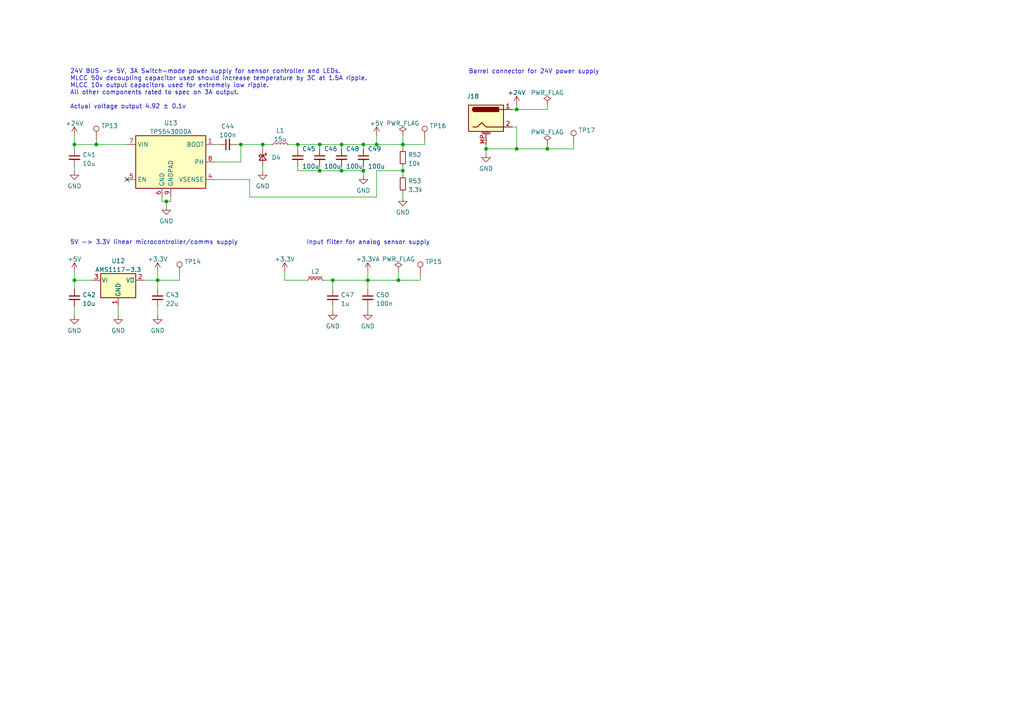
<source format=kicad_sch>
(kicad_sch (version 20211123) (generator eeschema)
  (paper "A4")
  (lib_symbols
    (symbol "Connector:Barrel_Jack_MountingPin" (pin_names hide)
      (property "Reference" "J" (at 0 5.334 0))
      (property "Value" "Barrel_Jack_MountingPin" (at 1.27 -6.35 0))
      (symbol "Barrel_Jack_MountingPin_0_1"
        (rectangle (start -5.08 3.81) (end 5.08 -3.81) (stroke (width 0.254)) (fill (type background)))
        (arc (start -3.302 3.175) (mid -3.937 2.54) (end -3.302 1.905) (stroke (width 0.254)))
        (arc (start -3.302 3.175) (mid -3.937 2.54) (end -3.302 1.905) (stroke (width 0.254)) (fill (type outline)))
        (polyline (pts (xy 5.08 2.54) (xy 3.81 2.54)) (stroke (width 0.254)))
        (polyline (pts (xy -3.81 -2.54) (xy -2.54 -2.54) (xy -1.27 -1.27) (xy 0 -2.54) (xy 2.54 -2.54) (xy 5.08 -2.54)) (stroke (width 0.254)))
        (rectangle (start 3.683 3.175) (end -3.302 1.905) (stroke (width 0.254)) (fill (type outline)))
      )
      (symbol "Barrel_Jack_MountingPin_1_1"
        (polyline (pts (xy -1.016 -4.572) (xy 1.016 -4.572)) (stroke (width 0.1524)))
        (text "Mounting" (at 0 -4.191 0) (effects (font (size 0.381 0.381))))
        (pin passive line (at 7.62 2.54 180) (length 2.54) (name "~") (number "1"))
        (pin passive line (at 7.62 -2.54 180) (length 2.54) (name "~") (number "2"))
        (pin passive line (at 0 -7.62 90) (length 3.048) (name "MountPin") (number "MP"))
      )
    )
    (symbol "Connector:TestPoint" (pin_numbers hide) (pin_names (offset 0.762) hide)
      (property "Reference" "TP" (at 0 6.858 0))
      (property "Value" "TestPoint" (at 0 5.08 0))
      (symbol "TestPoint_0_1"
        (circle (center 0 3.302) (radius 0.762))
      )
      (symbol "TestPoint_1_1"
        (pin passive line (at 0 0 90) (length 2.54) (name "1") (number "1"))
      )
    )
    (symbol "Device:C_Small" (pin_numbers hide) (pin_names (offset 0.254) hide)
      (property "Reference" "C" (at 0.254 1.778 0))
      (property "Value" "C_Small" (at 0.254 -2.032 0))
      (symbol "C_Small_0_1"
        (polyline (pts (xy -1.524 -0.508) (xy 1.524 -0.508)) (stroke (width 0.3302)))
        (polyline (pts (xy -1.524 0.508) (xy 1.524 0.508)) (stroke (width 0.3048)))
      )
      (symbol "C_Small_1_1"
        (pin passive line (at 0 2.54 270) (length 2.032) (name "~") (number "1"))
        (pin passive line (at 0 -2.54 90) (length 2.032) (name "~") (number "2"))
      )
    )
    (symbol "Device:D_Schottky_Small" (pin_numbers hide) (pin_names (offset 0.254) hide)
      (property "Reference" "D" (at -1.27 2.032 0))
      (property "Value" "D_Schottky_Small" (at -7.112 -2.032 0))
      (symbol "D_Schottky_Small_0_1"
        (polyline (pts (xy -0.762 0) (xy 0.762 0)))
        (polyline (pts (xy 0.762 -1.016) (xy -0.762 0) (xy 0.762 1.016) (xy 0.762 -1.016)) (stroke (width 0.254)))
        (polyline (pts (xy -1.27 0.762) (xy -1.27 1.016) (xy -0.762 1.016) (xy -0.762 -1.016) (xy -0.254 -1.016) (xy -0.254 -0.762)) (stroke (width 0.254)))
      )
      (symbol "D_Schottky_Small_1_1"
        (pin passive line (at -2.54 0 0) (length 1.778) (name "K") (number "1"))
        (pin passive line (at 2.54 0 180) (length 1.778) (name "A") (number "2"))
      )
    )
    (symbol "Device:L_Ferrite_Small" (pin_numbers hide) (pin_names (offset 0.254) hide)
      (property "Reference" "L" (at 1.27 1.016 0))
      (property "Value" "L_Ferrite_Small" (at 1.27 -1.27 0))
      (symbol "L_Ferrite_Small_0_1"
        (arc (start 0 -2.032) (mid 0.508 -1.524) (end 0 -1.016))
        (arc (start 0 -1.016) (mid 0.508 -0.508) (end 0 0))
        (polyline (pts (xy 0.762 -1.905) (xy 0.762 -1.651)))
        (polyline (pts (xy 0.762 -1.397) (xy 0.762 -1.143)))
        (polyline (pts (xy 0.762 -0.889) (xy 0.762 -0.635)))
        (polyline (pts (xy 0.762 -0.381) (xy 0.762 -0.127)))
        (polyline (pts (xy 0.762 0.127) (xy 0.762 0.381)))
        (polyline (pts (xy 0.762 0.635) (xy 0.762 0.889)))
        (polyline (pts (xy 0.762 1.143) (xy 0.762 1.397)))
        (polyline (pts (xy 0.762 1.651) (xy 0.762 1.905)))
        (polyline (pts (xy 1.016 -1.651) (xy 1.016 -1.905)))
        (polyline (pts (xy 1.016 -1.143) (xy 1.016 -1.397)))
        (polyline (pts (xy 1.016 -0.635) (xy 1.016 -0.889)))
        (polyline (pts (xy 1.016 -0.127) (xy 1.016 -0.381)))
        (polyline (pts (xy 1.016 0.381) (xy 1.016 0.127)))
        (polyline (pts (xy 1.016 0.889) (xy 1.016 0.635)))
        (polyline (pts (xy 1.016 1.397) (xy 1.016 1.143)))
        (polyline (pts (xy 1.016 1.905) (xy 1.016 1.651)))
        (arc (start 0 0) (mid 0.508 0.508) (end 0 1.016))
        (arc (start 0 1.016) (mid 0.508 1.524) (end 0 2.032))
      )
      (symbol "L_Ferrite_Small_1_1"
        (pin passive line (at 0 2.54 270) (length 0.508) (name "~") (number "1"))
        (pin passive line (at 0 -2.54 90) (length 0.508) (name "~") (number "2"))
      )
    )
    (symbol "Device:L_Small" (pin_numbers hide) (pin_names (offset 0.254) hide)
      (property "Reference" "L" (at 0.762 1.016 0))
      (property "Value" "L_Small" (at 0.762 -1.016 0))
      (symbol "L_Small_0_1"
        (arc (start 0 -2.032) (mid 0.508 -1.524) (end 0 -1.016))
        (arc (start 0 -1.016) (mid 0.508 -0.508) (end 0 0))
        (arc (start 0 0) (mid 0.508 0.508) (end 0 1.016))
        (arc (start 0 1.016) (mid 0.508 1.524) (end 0 2.032))
      )
      (symbol "L_Small_1_1"
        (pin passive line (at 0 2.54 270) (length 0.508) (name "~") (number "1"))
        (pin passive line (at 0 -2.54 90) (length 0.508) (name "~") (number "2"))
      )
    )
    (symbol "Device:R_Small" (pin_numbers hide) (pin_names (offset 0.254) hide)
      (property "Reference" "R" (at 0.762 0.508 0))
      (property "Value" "R_Small" (at 0.762 -1.016 0))
      (symbol "R_Small_0_1"
        (rectangle (start -0.762 1.778) (end 0.762 -1.778) (stroke (width 0.2032)))
      )
      (symbol "R_Small_1_1"
        (pin passive line (at 0 2.54 270) (length 0.762) (name "~") (number "1"))
        (pin passive line (at 0 -2.54 90) (length 0.762) (name "~") (number "2"))
      )
    )
    (symbol "Regulator_Linear:AMS1117-3.3" (pin_names (offset 0.254))
      (property "Reference" "U" (at -3.81 3.175 0))
      (property "Value" "AMS1117-3.3" (at 0 3.175 0))
      (symbol "AMS1117-3.3_0_1"
        (rectangle (start -5.08 -5.08) (end 5.08 1.905) (stroke (width 0.254)) (fill (type background)))
      )
      (symbol "AMS1117-3.3_1_1"
        (pin power_in line (at 0 -7.62 90) (length 2.54) (name "GND") (number "1"))
        (pin power_out line (at 7.62 0 180) (length 2.54) (name "VO") (number "2"))
        (pin power_in line (at -7.62 0 0) (length 2.54) (name "VI") (number "3"))
      )
    )
    (symbol "Regulator_Switching:TPS5430DDA"
      (property "Reference" "U" (at -10.16 8.89 0))
      (property "Value" "TPS5430DDA" (at -1.27 8.89 0))
      (symbol "TPS5430DDA_0_1"
        (rectangle (start -10.16 7.62) (end 10.16 -7.62) (stroke (width 0.254)) (fill (type background)))
      )
      (symbol "TPS5430DDA_1_1"
        (pin input line (at 12.7 5.08 180) (length 2.54) (name "BOOT") (number "1"))
        (pin no_connect line (at -10.16 2.54 0) (length 2.54) hide (name "NC") (number "2"))
        (pin no_connect line (at -10.16 -2.54 0) (length 2.54) hide (name "NC") (number "3"))
        (pin input line (at 12.7 -5.08 180) (length 2.54) (name "VSENSE") (number "4"))
        (pin input line (at -12.7 -5.08 0) (length 2.54) (name "EN") (number "5"))
        (pin power_in line (at -2.54 -10.16 90) (length 2.54) (name "GND") (number "6"))
        (pin power_in line (at -12.7 5.08 0) (length 2.54) (name "VIN") (number "7"))
        (pin output line (at 12.7 0 180) (length 2.54) (name "PH") (number "8"))
        (pin power_in line (at 0 -10.16 90) (length 2.54) (name "GNDPAD") (number "9"))
      )
    )
    (symbol "power:+24V" (power) (pin_numbers hide) (pin_names (offset 0) hide)
      (property "Value" "+24V" (at 0 3.556 0))
      (symbol "+24V_0_1"
        (polyline (pts (xy -0.762 1.27) (xy 0 2.54)))
        (polyline (pts (xy 0 0) (xy 0 2.54)))
        (polyline (pts (xy 0 2.54) (xy 0.762 1.27)))
      )
      (symbol "+24V_1_1"
        (pin power_in line (at 0 0 90) (length 0) hide (name "+24V") (number "1"))
      )
    )
    (symbol "power:+3.3V" (power) (pin_numbers hide) (pin_names (offset 0) hide)
      (property "Value" "+3.3V" (at 0 3.556 0))
      (symbol "+3.3V_0_1"
        (polyline (pts (xy -0.762 1.27) (xy 0 2.54)))
        (polyline (pts (xy 0 0) (xy 0 2.54)))
        (polyline (pts (xy 0 2.54) (xy 0.762 1.27)))
      )
      (symbol "+3.3V_1_1"
        (pin power_in line (at 0 0 90) (length 0) hide (name "+3.3V") (number "1"))
      )
    )
    (symbol "power:+3.3VA" (power) (pin_numbers hide) (pin_names (offset 0) hide)
      (property "Value" "+3.3VA" (at 0 3.556 0))
      (symbol "+3.3VA_0_1"
        (polyline (pts (xy -0.762 1.27) (xy 0 2.54)))
        (polyline (pts (xy 0 0) (xy 0 2.54)))
        (polyline (pts (xy 0 2.54) (xy 0.762 1.27)))
      )
      (symbol "+3.3VA_1_1"
        (pin power_in line (at 0 0 90) (length 0) hide (name "+3.3VA") (number "1"))
      )
    )
    (symbol "power:+5V" (power) (pin_numbers hide) (pin_names (offset 0) hide)
      (property "Value" "+5V" (at 0 3.556 0))
      (symbol "+5V_0_1"
        (polyline (pts (xy -0.762 1.27) (xy 0 2.54)))
        (polyline (pts (xy 0 0) (xy 0 2.54)))
        (polyline (pts (xy 0 2.54) (xy 0.762 1.27)))
      )
      (symbol "+5V_1_1"
        (pin power_in line (at 0 0 90) (length 0) hide (name "+5V") (number "1"))
      )
    )
    (symbol "power:GND" (power) (pin_numbers hide) (pin_names (offset 0) hide)
      (property "Value" "GND" (at 0 -3.81 0))
      (symbol "GND_0_1"
        (polyline (pts (xy 0 0) (xy 0 -1.27) (xy 1.27 -1.27) (xy 0 -2.54) (xy -1.27 -1.27) (xy 0 -1.27)))
      )
      (symbol "GND_1_1"
        (pin power_in line (at 0 0 270) (length 0) hide (name "GND") (number "1"))
      )
    )
    (symbol "power:PWR_FLAG" (power) (pin_numbers hide) (pin_names (offset 0) hide)
      (property "Value" "PWR_FLAG" (at 0 3.81 0))
      (symbol "PWR_FLAG_0_0"
        (pin power_out line (at 0 0 90) (length 0) (name "pwr") (number "1"))
      )
      (symbol "PWR_FLAG_0_1"
        (polyline (pts (xy 0 0) (xy 0 1.27) (xy -1.016 1.905) (xy 0 2.54) (xy 1.016 1.905) (xy 0 1.27)))
      )
    )
  )
  (junction (at 92.71 41.91))
  (junction (at 149.86 31.75))
  (junction (at 86.36 41.91))
  (junction (at 48.26 58.42))
  (junction (at 27.94 41.91))
  (junction (at 115.57 81.28))
  (junction (at 92.71 49.53))
  (junction (at 76.2 41.91))
  (junction (at 99.06 49.53))
  (junction (at 105.41 41.91))
  (junction (at 105.41 49.53))
  (junction (at 106.68 81.28))
  (junction (at 99.06 41.91))
  (junction (at 158.75 43.18))
  (junction (at 21.59 81.28))
  (junction (at 140.97 43.18))
  (junction (at 116.84 41.91))
  (junction (at 109.22 41.91))
  (junction (at 45.72 81.28))
  (junction (at 149.86 43.18))
  (junction (at 69.85 41.91))
  (junction (at 96.52 81.28))
  (junction (at 21.59 41.91))
  (junction (at 116.84 49.53))
  (no_connect (at 36.83 52.07))
  (wire (pts (xy 76.2 41.91) (xy 78.74 41.91)))
  (wire (pts (xy 109.22 41.91) (xy 116.84 41.91)))
  (wire (pts (xy 96.52 81.28) (xy 96.52 83.82)))
  (wire (pts (xy 149.86 36.83) (xy 148.59 36.83)))
  (wire (pts (xy 76.2 48.26) (xy 76.2 49.53)))
  (wire (pts (xy 92.71 49.53) (xy 99.06 49.53)))
  (wire (pts (xy 45.72 81.28) (xy 52.07 81.28)))
  (wire (pts (xy 123.19 40.64) (xy 123.19 41.91)))
  (wire (pts (xy 21.59 39.37) (xy 21.59 41.91)))
  (wire (pts (xy 82.55 78.74) (xy 82.55 81.28)))
  (wire (pts (xy 158.75 41.91) (xy 158.75 43.18)))
  (wire (pts (xy 99.06 41.91) (xy 99.06 43.18)))
  (wire (pts (xy 86.36 48.26) (xy 86.36 49.53)))
  (wire (pts (xy 21.59 83.82) (xy 21.59 81.28)))
  (wire (pts (xy 106.68 88.9) (xy 106.68 90.17)))
  (wire (pts (xy 109.22 49.53) (xy 116.84 49.53)))
  (wire (pts (xy 21.59 81.28) (xy 26.67 81.28)))
  (wire (pts (xy 109.22 57.15) (xy 109.22 49.53)))
  (wire (pts (xy 99.06 41.91) (xy 105.41 41.91)))
  (wire (pts (xy 45.72 88.9) (xy 45.72 91.44)))
  (wire (pts (xy 34.29 88.9) (xy 34.29 91.44)))
  (wire (pts (xy 149.86 43.18) (xy 149.86 36.83)))
  (wire (pts (xy 48.26 58.42) (xy 49.53 58.42)))
  (wire (pts (xy 140.97 43.18) (xy 140.97 44.45)))
  (wire (pts (xy 41.91 81.28) (xy 45.72 81.28)))
  (wire (pts (xy 49.53 58.42) (xy 49.53 57.15)))
  (wire (pts (xy 69.85 41.91) (xy 76.2 41.91)))
  (wire (pts (xy 105.41 41.91) (xy 105.41 43.18)))
  (wire (pts (xy 115.57 78.74) (xy 115.57 81.28)))
  (wire (pts (xy 116.84 41.91) (xy 123.19 41.91)))
  (wire (pts (xy 52.07 80.01) (xy 52.07 81.28)))
  (wire (pts (xy 62.23 41.91) (xy 63.5 41.91)))
  (wire (pts (xy 69.85 46.99) (xy 69.85 41.91)))
  (wire (pts (xy 166.37 43.18) (xy 158.75 43.18)))
  (wire (pts (xy 99.06 48.26) (xy 99.06 49.53)))
  (wire (pts (xy 140.97 41.91) (xy 140.97 43.18)))
  (wire (pts (xy 106.68 83.82) (xy 106.68 81.28)))
  (wire (pts (xy 92.71 41.91) (xy 92.71 43.18)))
  (wire (pts (xy 149.86 31.75) (xy 149.86 30.48)))
  (wire (pts (xy 76.2 41.91) (xy 76.2 43.18)))
  (wire (pts (xy 27.94 40.64) (xy 27.94 41.91)))
  (wire (pts (xy 21.59 48.26) (xy 21.59 49.53)))
  (wire (pts (xy 46.99 58.42) (xy 48.26 58.42)))
  (wire (pts (xy 72.39 57.15) (xy 109.22 57.15)))
  (wire (pts (xy 105.41 41.91) (xy 109.22 41.91)))
  (wire (pts (xy 106.68 78.74) (xy 106.68 81.28)))
  (wire (pts (xy 105.41 49.53) (xy 105.41 50.8)))
  (wire (pts (xy 149.86 43.18) (xy 158.75 43.18)))
  (wire (pts (xy 82.55 81.28) (xy 88.9 81.28)))
  (wire (pts (xy 96.52 88.9) (xy 96.52 90.17)))
  (wire (pts (xy 121.92 81.28) (xy 115.57 81.28)))
  (wire (pts (xy 116.84 55.88) (xy 116.84 57.15)))
  (wire (pts (xy 92.71 41.91) (xy 99.06 41.91)))
  (wire (pts (xy 86.36 41.91) (xy 92.71 41.91)))
  (wire (pts (xy 106.68 81.28) (xy 115.57 81.28)))
  (wire (pts (xy 86.36 41.91) (xy 86.36 43.18)))
  (wire (pts (xy 116.84 49.53) (xy 116.84 50.8)))
  (wire (pts (xy 62.23 52.07) (xy 72.39 52.07)))
  (wire (pts (xy 105.41 48.26) (xy 105.41 49.53)))
  (wire (pts (xy 27.94 41.91) (xy 36.83 41.91)))
  (wire (pts (xy 72.39 52.07) (xy 72.39 57.15)))
  (wire (pts (xy 21.59 88.9) (xy 21.59 91.44)))
  (wire (pts (xy 158.75 30.48) (xy 158.75 31.75)))
  (wire (pts (xy 96.52 81.28) (xy 106.68 81.28)))
  (wire (pts (xy 140.97 43.18) (xy 149.86 43.18)))
  (wire (pts (xy 69.85 41.91) (xy 68.58 41.91)))
  (wire (pts (xy 62.23 46.99) (xy 69.85 46.99)))
  (wire (pts (xy 45.72 78.74) (xy 45.72 81.28)))
  (wire (pts (xy 21.59 78.74) (xy 21.59 81.28)))
  (wire (pts (xy 93.98 81.28) (xy 96.52 81.28)))
  (wire (pts (xy 148.59 31.75) (xy 149.86 31.75)))
  (wire (pts (xy 86.36 49.53) (xy 92.71 49.53)))
  (wire (pts (xy 116.84 43.18) (xy 116.84 41.91)))
  (wire (pts (xy 149.86 31.75) (xy 158.75 31.75)))
  (wire (pts (xy 46.99 57.15) (xy 46.99 58.42)))
  (wire (pts (xy 121.92 80.01) (xy 121.92 81.28)))
  (wire (pts (xy 45.72 81.28) (xy 45.72 83.82)))
  (wire (pts (xy 116.84 39.37) (xy 116.84 41.91)))
  (wire (pts (xy 83.82 41.91) (xy 86.36 41.91)))
  (wire (pts (xy 21.59 41.91) (xy 27.94 41.91)))
  (wire (pts (xy 99.06 49.53) (xy 105.41 49.53)))
  (wire (pts (xy 116.84 48.26) (xy 116.84 49.53)))
  (wire (pts (xy 21.59 41.91) (xy 21.59 43.18)))
  (wire (pts (xy 48.26 58.42) (xy 48.26 59.69)))
  (wire (pts (xy 109.22 39.37) (xy 109.22 41.91)))
  (wire (pts (xy 166.37 41.91) (xy 166.37 43.18)))
  (wire (pts (xy 92.71 48.26) (xy 92.71 49.53)))
  (text "Input filter for analog sensor supply" (at 88.9 71.12 0) (effects (font (size 1.27 1.27)) (justify left bottom)))
  (text "5V -> 3.3V linear microcontroller/comms supply" (at 20.32 71.12 0) (effects (font (size 1.27 1.27)) (justify left bottom)))
  (text "Barrel connector for 24V power supply" (at 135.89 21.59 0) (effects (font (size 1.27 1.27)) (justify left bottom)))
  (text "24V BUS -> 5V, 3A Switch-mode power supply for sensor controller and LEDs.\nMLCC 50v decoupling capacitor used should increase temperature by 3C at 1.5A ripple.\nMLCC 10v output capacitors used for extremely low ripple.\nAll other components rated to spec on 3A output.\n\nActual voltage output 4.92 ± 0.1v" (at 20.32 31.75 0) (effects (font (size 1.27 1.27)) (justify left bottom)))
  (symbol (lib_id "power:GND") (at 34.29 91.44 0) (unit 1)
    (property "Reference" "#PWR0109" (effects hide))
    (property "Value" "GND" (at 34.29 95.8834 0))
  )
  (symbol (lib_id "Device:C_Small") (at 45.72 86.36 0) (unit 1)
    (property "Reference" "C43" (at 48.0441 85.5316 0) (effects (justify left)))
    (property "Value" "22u" (at 48.0441 88.0685 0) (effects (justify left)))
    (property "Footprint" "Capacitor_SMD:C_1206_3216Metric" (effects hide))
  )
  (symbol (lib_id "power:PWR_FLAG") (at 158.75 41.91 0) (unit 1)
    (property "Reference" "#FLG04" (effects hide))
    (property "Value" "PWR_FLAG" (at 158.75 38.3342 0))
  )
  (symbol (lib_id "power:PWR_FLAG") (at 116.84 39.37 0) (unit 1)
    (property "Reference" "#FLG02" (effects hide))
    (property "Value" "PWR_FLAG" (at 116.84 35.7942 0))
  )
  (symbol (lib_id "power:PWR_FLAG") (at 115.57 78.74 0) (unit 1)
    (property "Reference" "#FLG01" (effects hide))
    (property "Value" "PWR_FLAG" (at 115.57 75.1642 0))
  )
  (symbol (lib_id "power:GND") (at 21.59 91.44 0) (unit 1)
    (property "Reference" "#PWR0108" (effects hide))
    (property "Value" "GND" (at 21.59 95.8834 0))
  )
  (symbol (lib_id "power:+5V") (at 109.22 39.37 0) (unit 1)
    (property "Reference" "#PWR0119" (effects hide))
    (property "Value" "+5V" (at 109.22 35.7942 0))
  )
  (symbol (lib_id "Connector:TestPoint") (at 52.07 80.01 0) (unit 1)
    (property "Reference" "TP14" (at 53.467 75.8733 0) (effects (justify left)))
    (property "Value" "TestPoint" (effects hide))
    (property "Footprint" "TestPoint:TestPoint_Pad_D2.0mm" (effects hide))
  )
  (symbol (lib_id "Device:L_Small") (at 81.28 41.91 90) (unit 1)
    (property "Reference" "L1" (at 81.28 37.8292 90))
    (property "Value" "15u" (at 81.28 40.3661 90))
    (property "Footprint" "sensor-board:SLO0630H150MTT" (effects hide))
  )
  (symbol (lib_id "power:GND") (at 76.2 49.53 0) (unit 1)
    (property "Reference" "#PWR0113" (effects hide))
    (property "Value" "GND" (at 76.2 53.9734 0))
  )
  (symbol (lib_id "Connector:TestPoint") (at 166.37 41.91 0) (unit 1)
    (property "Reference" "TP17" (at 167.767 37.7733 0) (effects (justify left)))
    (property "Value" "TestPoint" (effects hide))
    (property "Footprint" "TestPoint:TestPoint_Pad_D2.0mm" (effects hide))
  )
  (symbol (lib_id "Device:C_Small") (at 66.04 41.91 90) (unit 1)
    (property "Reference" "C44" (at 66.0463 36.6481 90))
    (property "Value" "100n" (at 66.0463 39.185 90))
    (property "Footprint" "Capacitor_SMD:C_0603_1608Metric" (effects hide))
  )
  (symbol (lib_id "power:+3.3V") (at 82.55 78.74 0) (unit 1)
    (property "Reference" "#PWR0114" (effects hide))
    (property "Value" "+3.3V" (at 82.55 75.1642 0))
  )
  (symbol (lib_id "Device:R_Small") (at 116.84 53.34 0) (unit 1)
    (property "Reference" "R53" (at 118.3386 52.5053 0) (effects (justify left)))
    (property "Value" "3.3k" (at 118.3386 55.0422 0) (effects (justify left)))
    (property "Footprint" "Resistor_SMD:R_0603_1608Metric" (effects hide))
  )
  (symbol (lib_id "power:GND") (at 96.52 90.17 0) (unit 1)
    (property "Reference" "#PWR0115" (effects hide))
    (property "Value" "GND" (at 96.52 94.6134 0))
  )
  (symbol (lib_id "power:+3.3V") (at 45.72 78.74 0) (unit 1)
    (property "Reference" "#PWR0110" (effects hide))
    (property "Value" "+3.3V" (at 45.72 75.1642 0))
  )
  (symbol (lib_id "Regulator_Switching:TPS5430DDA") (at 49.53 46.99 0) (unit 1)
    (property "Reference" "U13" (at 49.53 35.6702 0))
    (property "Value" "TPS5430DDA" (at 49.53 38.2071 0))
    (property "Footprint" "Package_SO:TI_SO-PowerPAD-8_ThermalVias" (effects hide))
    (property "Datasheet" "http://www.ti.com/lit/ds/symlink/tps5430.pdf" (effects hide))
  )
  (symbol (lib_id "Device:C_Small") (at 21.59 45.72 0) (unit 1)
    (property "Reference" "C41" (at 23.9141 44.8916 0) (effects (justify left)))
    (property "Value" "10u" (at 23.9141 47.4285 0) (effects (justify left)))
    (property "Footprint" "Capacitor_SMD:C_1206_3216Metric" (effects hide))
  )
  (symbol (lib_id "Device:C_Small") (at 96.52 86.36 0) (unit 1)
    (property "Reference" "C47" (at 98.8441 85.5316 0) (effects (justify left)))
    (property "Value" "1u" (at 98.8441 88.0685 0) (effects (justify left)))
    (property "Footprint" "Capacitor_SMD:C_0603_1608Metric" (effects hide))
  )
  (symbol (lib_id "power:+24V") (at 21.59 39.37 0) (unit 1)
    (property "Reference" "#PWR0105" (effects hide))
    (property "Value" "+24V" (at 21.59 35.7942 0))
  )
  (symbol (lib_id "power:+3.3VA") (at 106.68 78.74 0) (unit 1)
    (property "Reference" "#PWR0117" (effects hide))
    (property "Value" "+3.3VA" (at 106.68 75.1642 0))
  )
  (symbol (lib_id "Device:C_Small") (at 105.41 45.72 0) (unit 1)
    (property "Reference" "C49" (at 106.68 43.18 0) (effects (justify left)))
    (property "Value" "100u" (at 106.68 48.26 0) (effects (justify left)))
    (property "Footprint" "Capacitor_SMD:C_1210_3225Metric" (effects hide))
  )
  (symbol (lib_id "Device:C_Small") (at 21.59 86.36 0) (unit 1)
    (property "Reference" "C42" (at 23.9141 85.5316 0) (effects (justify left)))
    (property "Value" "10u" (at 23.9141 88.0685 0) (effects (justify left)))
    (property "Footprint" "Capacitor_SMD:C_1206_3216Metric" (effects hide))
  )
  (symbol (lib_id "power:GND") (at 140.97 44.45 0) (unit 1)
    (property "Reference" "#PWR0121" (effects hide))
    (property "Value" "GND" (at 140.97 48.8934 0))
  )
  (symbol (lib_id "Device:C_Small") (at 99.06 45.72 0) (unit 1)
    (property "Reference" "C48" (at 100.33 43.18 0) (effects (justify left)))
    (property "Value" "100u" (at 100.33 48.26 0) (effects (justify left)))
    (property "Footprint" "Capacitor_SMD:C_1210_3225Metric" (effects hide))
  )
  (symbol (lib_id "Regulator_Linear:AMS1117-3.3") (at 34.29 81.28 0) (unit 1)
    (property "Reference" "U12" (at 34.29 75.6752 0))
    (property "Value" "AMS1117-3.3" (at 34.29 78.2121 0))
    (property "Footprint" "Package_TO_SOT_SMD:SOT-223-3_TabPin2" (effects hide))
    (property "Datasheet" "http://www.advanced-monolithic.com/pdf/ds1117.pdf" (effects hide))
  )
  (symbol (lib_id "power:GND") (at 116.84 57.15 0) (unit 1)
    (property "Reference" "#PWR0120" (effects hide))
    (property "Value" "GND" (at 116.84 61.5934 0))
  )
  (symbol (lib_id "Device:C_Small") (at 86.36 45.72 0) (unit 1)
    (property "Reference" "C45" (at 87.63 43.18 0) (effects (justify left)))
    (property "Value" "100u" (at 87.63 48.26 0) (effects (justify left)))
    (property "Footprint" "Capacitor_SMD:C_1210_3225Metric" (effects hide))
  )
  (symbol (lib_id "power:+5V") (at 21.59 78.74 0) (unit 1)
    (property "Reference" "#PWR0107" (effects hide))
    (property "Value" "+5V" (at 21.59 75.1642 0))
  )
  (symbol (lib_id "power:GND") (at 45.72 91.44 0) (unit 1)
    (property "Reference" "#PWR0111" (effects hide))
    (property "Value" "GND" (at 45.72 95.8834 0))
  )
  (symbol (lib_id "Device:R_Small") (at 116.84 45.72 0) (unit 1)
    (property "Reference" "R52" (at 118.3386 44.8853 0) (effects (justify left)))
    (property "Value" "10k" (at 118.3386 47.4222 0) (effects (justify left)))
    (property "Footprint" "Resistor_SMD:R_0603_1608Metric" (effects hide))
  )
  (symbol (lib_id "Device:C_Small") (at 106.68 86.36 0) (unit 1)
    (property "Reference" "C50" (at 109.0041 85.5316 0) (effects (justify left)))
    (property "Value" "100n" (at 109.0041 88.0685 0) (effects (justify left)))
    (property "Footprint" "Capacitor_SMD:C_0603_1608Metric" (effects hide))
  )
  (symbol (lib_id "Connector:TestPoint") (at 123.19 40.64 0) (unit 1)
    (property "Reference" "TP16" (at 124.587 36.5033 0) (effects (justify left)))
    (property "Value" "TestPoint" (effects hide))
    (property "Footprint" "TestPoint:TestPoint_Pad_D2.0mm" (effects hide))
  )
  (symbol (lib_id "power:GND") (at 48.26 59.69 0) (unit 1)
    (property "Reference" "#PWR0112" (effects hide))
    (property "Value" "GND" (at 48.26 64.1334 0))
  )
  (symbol (lib_id "power:GND") (at 106.68 90.17 0) (unit 1)
    (property "Reference" "#PWR0118" (effects hide))
    (property "Value" "GND" (at 106.68 94.6134 0))
  )
  (symbol (lib_id "Device:D_Schottky_Small") (at 76.2 45.72 270) (unit 1)
    (property "Reference" "D4" (at 78.74 45.72 90) (effects (justify left)))
    (property "Value" "D_Schottky_Small" (effects hide))
    (property "Footprint" "Diode_SMD:D_SMA" (effects hide))
  )
  (symbol (lib_id "power:GND") (at 105.41 50.8 0) (unit 1)
    (property "Reference" "#PWR0116" (effects hide))
    (property "Value" "GND" (at 105.41 55.2434 0))
  )
  (symbol (lib_id "Connector:TestPoint") (at 27.94 40.64 0) (unit 1)
    (property "Reference" "TP13" (at 29.337 36.5033 0) (effects (justify left)))
    (property "Value" "TestPoint" (effects hide))
    (property "Footprint" "TestPoint:TestPoint_Pad_D2.0mm" (effects hide))
  )
  (symbol (lib_id "Connector:Barrel_Jack_MountingPin") (at 140.97 34.29 0) (unit 1)
    (property "Reference" "J18" (at 137.16 27.94 0))
    (property "Value" "Barrel_Jack_MountingPin" (effects hide))
    (property "Footprint" "sensor-board:BarrelJack_MP" (effects hide))
  )
  (symbol (lib_id "power:GND") (at 21.59 49.53 0) (unit 1)
    (property "Reference" "#PWR0106" (effects hide))
    (property "Value" "GND" (at 21.59 53.9734 0))
  )
  (symbol (lib_id "power:PWR_FLAG") (at 158.75 30.48 0) (unit 1)
    (property "Reference" "#FLG03" (effects hide))
    (property "Value" "PWR_FLAG" (at 158.75 26.9042 0))
  )
  (symbol (lib_id "Device:C_Small") (at 92.71 45.72 0) (unit 1)
    (property "Reference" "C46" (at 93.98 43.18 0) (effects (justify left)))
    (property "Value" "100u" (at 93.98 48.26 0) (effects (justify left)))
    (property "Footprint" "Capacitor_SMD:C_1210_3225Metric" (effects hide))
  )
  (symbol (lib_id "Connector:TestPoint") (at 121.92 80.01 0) (unit 1)
    (property "Reference" "TP15" (at 123.317 75.8733 0) (effects (justify left)))
    (property "Value" "TestPoint" (effects hide))
    (property "Footprint" "TestPoint:TestPoint_Pad_D2.0mm" (effects hide))
  )
  (symbol (lib_id "power:+24V") (at 149.86 30.48 0) (unit 1)
    (property "Reference" "#PWR0122" (effects hide))
    (property "Value" "+24V" (at 149.86 26.9042 0))
  )
  (symbol (lib_id "Device:L_Ferrite_Small") (at 91.44 81.28 90) (unit 1)
    (property "Reference" "L2" (at 91.44 78.74 90))
    (property "Value" "L_Ferrite_Small" (effects hide))
    (property "Footprint" "Inductor_SMD:L_0805_2012Metric" (effects hide))
  )
)
</source>
